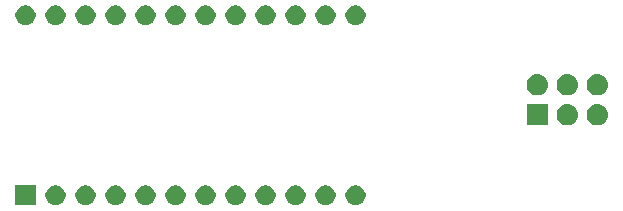
<source format=gbr>
G04 #@! TF.GenerationSoftware,KiCad,Pcbnew,(5.1.4)-1*
G04 #@! TF.CreationDate,2022-03-14T12:27:08-07:00*
G04 #@! TF.ProjectId,Micro-Flasher-ASP,4d696372-6f2d-4466-9c61-736865722d41,rev?*
G04 #@! TF.SameCoordinates,Original*
G04 #@! TF.FileFunction,Soldermask,Top*
G04 #@! TF.FilePolarity,Negative*
%FSLAX46Y46*%
G04 Gerber Fmt 4.6, Leading zero omitted, Abs format (unit mm)*
G04 Created by KiCad (PCBNEW (5.1.4)-1) date 2022-03-14 12:27:08*
%MOMM*%
%LPD*%
G04 APERTURE LIST*
%ADD10C,0.100000*%
G04 APERTURE END LIST*
D10*
G36*
X101181000Y-71971000D02*
G01*
X99479000Y-71971000D01*
X99479000Y-70269000D01*
X101181000Y-70269000D01*
X101181000Y-71971000D01*
X101181000Y-71971000D01*
G37*
G36*
X125978228Y-70301703D02*
G01*
X126133100Y-70365853D01*
X126272481Y-70458985D01*
X126391015Y-70577519D01*
X126484147Y-70716900D01*
X126548297Y-70871772D01*
X126581000Y-71036184D01*
X126581000Y-71203816D01*
X126548297Y-71368228D01*
X126484147Y-71523100D01*
X126391015Y-71662481D01*
X126272481Y-71781015D01*
X126133100Y-71874147D01*
X125978228Y-71938297D01*
X125813816Y-71971000D01*
X125646184Y-71971000D01*
X125481772Y-71938297D01*
X125326900Y-71874147D01*
X125187519Y-71781015D01*
X125068985Y-71662481D01*
X124975853Y-71523100D01*
X124911703Y-71368228D01*
X124879000Y-71203816D01*
X124879000Y-71036184D01*
X124911703Y-70871772D01*
X124975853Y-70716900D01*
X125068985Y-70577519D01*
X125187519Y-70458985D01*
X125326900Y-70365853D01*
X125481772Y-70301703D01*
X125646184Y-70269000D01*
X125813816Y-70269000D01*
X125978228Y-70301703D01*
X125978228Y-70301703D01*
G37*
G36*
X128518228Y-70301703D02*
G01*
X128673100Y-70365853D01*
X128812481Y-70458985D01*
X128931015Y-70577519D01*
X129024147Y-70716900D01*
X129088297Y-70871772D01*
X129121000Y-71036184D01*
X129121000Y-71203816D01*
X129088297Y-71368228D01*
X129024147Y-71523100D01*
X128931015Y-71662481D01*
X128812481Y-71781015D01*
X128673100Y-71874147D01*
X128518228Y-71938297D01*
X128353816Y-71971000D01*
X128186184Y-71971000D01*
X128021772Y-71938297D01*
X127866900Y-71874147D01*
X127727519Y-71781015D01*
X127608985Y-71662481D01*
X127515853Y-71523100D01*
X127451703Y-71368228D01*
X127419000Y-71203816D01*
X127419000Y-71036184D01*
X127451703Y-70871772D01*
X127515853Y-70716900D01*
X127608985Y-70577519D01*
X127727519Y-70458985D01*
X127866900Y-70365853D01*
X128021772Y-70301703D01*
X128186184Y-70269000D01*
X128353816Y-70269000D01*
X128518228Y-70301703D01*
X128518228Y-70301703D01*
G37*
G36*
X123438228Y-70301703D02*
G01*
X123593100Y-70365853D01*
X123732481Y-70458985D01*
X123851015Y-70577519D01*
X123944147Y-70716900D01*
X124008297Y-70871772D01*
X124041000Y-71036184D01*
X124041000Y-71203816D01*
X124008297Y-71368228D01*
X123944147Y-71523100D01*
X123851015Y-71662481D01*
X123732481Y-71781015D01*
X123593100Y-71874147D01*
X123438228Y-71938297D01*
X123273816Y-71971000D01*
X123106184Y-71971000D01*
X122941772Y-71938297D01*
X122786900Y-71874147D01*
X122647519Y-71781015D01*
X122528985Y-71662481D01*
X122435853Y-71523100D01*
X122371703Y-71368228D01*
X122339000Y-71203816D01*
X122339000Y-71036184D01*
X122371703Y-70871772D01*
X122435853Y-70716900D01*
X122528985Y-70577519D01*
X122647519Y-70458985D01*
X122786900Y-70365853D01*
X122941772Y-70301703D01*
X123106184Y-70269000D01*
X123273816Y-70269000D01*
X123438228Y-70301703D01*
X123438228Y-70301703D01*
G37*
G36*
X120898228Y-70301703D02*
G01*
X121053100Y-70365853D01*
X121192481Y-70458985D01*
X121311015Y-70577519D01*
X121404147Y-70716900D01*
X121468297Y-70871772D01*
X121501000Y-71036184D01*
X121501000Y-71203816D01*
X121468297Y-71368228D01*
X121404147Y-71523100D01*
X121311015Y-71662481D01*
X121192481Y-71781015D01*
X121053100Y-71874147D01*
X120898228Y-71938297D01*
X120733816Y-71971000D01*
X120566184Y-71971000D01*
X120401772Y-71938297D01*
X120246900Y-71874147D01*
X120107519Y-71781015D01*
X119988985Y-71662481D01*
X119895853Y-71523100D01*
X119831703Y-71368228D01*
X119799000Y-71203816D01*
X119799000Y-71036184D01*
X119831703Y-70871772D01*
X119895853Y-70716900D01*
X119988985Y-70577519D01*
X120107519Y-70458985D01*
X120246900Y-70365853D01*
X120401772Y-70301703D01*
X120566184Y-70269000D01*
X120733816Y-70269000D01*
X120898228Y-70301703D01*
X120898228Y-70301703D01*
G37*
G36*
X118358228Y-70301703D02*
G01*
X118513100Y-70365853D01*
X118652481Y-70458985D01*
X118771015Y-70577519D01*
X118864147Y-70716900D01*
X118928297Y-70871772D01*
X118961000Y-71036184D01*
X118961000Y-71203816D01*
X118928297Y-71368228D01*
X118864147Y-71523100D01*
X118771015Y-71662481D01*
X118652481Y-71781015D01*
X118513100Y-71874147D01*
X118358228Y-71938297D01*
X118193816Y-71971000D01*
X118026184Y-71971000D01*
X117861772Y-71938297D01*
X117706900Y-71874147D01*
X117567519Y-71781015D01*
X117448985Y-71662481D01*
X117355853Y-71523100D01*
X117291703Y-71368228D01*
X117259000Y-71203816D01*
X117259000Y-71036184D01*
X117291703Y-70871772D01*
X117355853Y-70716900D01*
X117448985Y-70577519D01*
X117567519Y-70458985D01*
X117706900Y-70365853D01*
X117861772Y-70301703D01*
X118026184Y-70269000D01*
X118193816Y-70269000D01*
X118358228Y-70301703D01*
X118358228Y-70301703D01*
G37*
G36*
X115818228Y-70301703D02*
G01*
X115973100Y-70365853D01*
X116112481Y-70458985D01*
X116231015Y-70577519D01*
X116324147Y-70716900D01*
X116388297Y-70871772D01*
X116421000Y-71036184D01*
X116421000Y-71203816D01*
X116388297Y-71368228D01*
X116324147Y-71523100D01*
X116231015Y-71662481D01*
X116112481Y-71781015D01*
X115973100Y-71874147D01*
X115818228Y-71938297D01*
X115653816Y-71971000D01*
X115486184Y-71971000D01*
X115321772Y-71938297D01*
X115166900Y-71874147D01*
X115027519Y-71781015D01*
X114908985Y-71662481D01*
X114815853Y-71523100D01*
X114751703Y-71368228D01*
X114719000Y-71203816D01*
X114719000Y-71036184D01*
X114751703Y-70871772D01*
X114815853Y-70716900D01*
X114908985Y-70577519D01*
X115027519Y-70458985D01*
X115166900Y-70365853D01*
X115321772Y-70301703D01*
X115486184Y-70269000D01*
X115653816Y-70269000D01*
X115818228Y-70301703D01*
X115818228Y-70301703D01*
G37*
G36*
X113278228Y-70301703D02*
G01*
X113433100Y-70365853D01*
X113572481Y-70458985D01*
X113691015Y-70577519D01*
X113784147Y-70716900D01*
X113848297Y-70871772D01*
X113881000Y-71036184D01*
X113881000Y-71203816D01*
X113848297Y-71368228D01*
X113784147Y-71523100D01*
X113691015Y-71662481D01*
X113572481Y-71781015D01*
X113433100Y-71874147D01*
X113278228Y-71938297D01*
X113113816Y-71971000D01*
X112946184Y-71971000D01*
X112781772Y-71938297D01*
X112626900Y-71874147D01*
X112487519Y-71781015D01*
X112368985Y-71662481D01*
X112275853Y-71523100D01*
X112211703Y-71368228D01*
X112179000Y-71203816D01*
X112179000Y-71036184D01*
X112211703Y-70871772D01*
X112275853Y-70716900D01*
X112368985Y-70577519D01*
X112487519Y-70458985D01*
X112626900Y-70365853D01*
X112781772Y-70301703D01*
X112946184Y-70269000D01*
X113113816Y-70269000D01*
X113278228Y-70301703D01*
X113278228Y-70301703D01*
G37*
G36*
X110738228Y-70301703D02*
G01*
X110893100Y-70365853D01*
X111032481Y-70458985D01*
X111151015Y-70577519D01*
X111244147Y-70716900D01*
X111308297Y-70871772D01*
X111341000Y-71036184D01*
X111341000Y-71203816D01*
X111308297Y-71368228D01*
X111244147Y-71523100D01*
X111151015Y-71662481D01*
X111032481Y-71781015D01*
X110893100Y-71874147D01*
X110738228Y-71938297D01*
X110573816Y-71971000D01*
X110406184Y-71971000D01*
X110241772Y-71938297D01*
X110086900Y-71874147D01*
X109947519Y-71781015D01*
X109828985Y-71662481D01*
X109735853Y-71523100D01*
X109671703Y-71368228D01*
X109639000Y-71203816D01*
X109639000Y-71036184D01*
X109671703Y-70871772D01*
X109735853Y-70716900D01*
X109828985Y-70577519D01*
X109947519Y-70458985D01*
X110086900Y-70365853D01*
X110241772Y-70301703D01*
X110406184Y-70269000D01*
X110573816Y-70269000D01*
X110738228Y-70301703D01*
X110738228Y-70301703D01*
G37*
G36*
X108198228Y-70301703D02*
G01*
X108353100Y-70365853D01*
X108492481Y-70458985D01*
X108611015Y-70577519D01*
X108704147Y-70716900D01*
X108768297Y-70871772D01*
X108801000Y-71036184D01*
X108801000Y-71203816D01*
X108768297Y-71368228D01*
X108704147Y-71523100D01*
X108611015Y-71662481D01*
X108492481Y-71781015D01*
X108353100Y-71874147D01*
X108198228Y-71938297D01*
X108033816Y-71971000D01*
X107866184Y-71971000D01*
X107701772Y-71938297D01*
X107546900Y-71874147D01*
X107407519Y-71781015D01*
X107288985Y-71662481D01*
X107195853Y-71523100D01*
X107131703Y-71368228D01*
X107099000Y-71203816D01*
X107099000Y-71036184D01*
X107131703Y-70871772D01*
X107195853Y-70716900D01*
X107288985Y-70577519D01*
X107407519Y-70458985D01*
X107546900Y-70365853D01*
X107701772Y-70301703D01*
X107866184Y-70269000D01*
X108033816Y-70269000D01*
X108198228Y-70301703D01*
X108198228Y-70301703D01*
G37*
G36*
X105658228Y-70301703D02*
G01*
X105813100Y-70365853D01*
X105952481Y-70458985D01*
X106071015Y-70577519D01*
X106164147Y-70716900D01*
X106228297Y-70871772D01*
X106261000Y-71036184D01*
X106261000Y-71203816D01*
X106228297Y-71368228D01*
X106164147Y-71523100D01*
X106071015Y-71662481D01*
X105952481Y-71781015D01*
X105813100Y-71874147D01*
X105658228Y-71938297D01*
X105493816Y-71971000D01*
X105326184Y-71971000D01*
X105161772Y-71938297D01*
X105006900Y-71874147D01*
X104867519Y-71781015D01*
X104748985Y-71662481D01*
X104655853Y-71523100D01*
X104591703Y-71368228D01*
X104559000Y-71203816D01*
X104559000Y-71036184D01*
X104591703Y-70871772D01*
X104655853Y-70716900D01*
X104748985Y-70577519D01*
X104867519Y-70458985D01*
X105006900Y-70365853D01*
X105161772Y-70301703D01*
X105326184Y-70269000D01*
X105493816Y-70269000D01*
X105658228Y-70301703D01*
X105658228Y-70301703D01*
G37*
G36*
X103118228Y-70301703D02*
G01*
X103273100Y-70365853D01*
X103412481Y-70458985D01*
X103531015Y-70577519D01*
X103624147Y-70716900D01*
X103688297Y-70871772D01*
X103721000Y-71036184D01*
X103721000Y-71203816D01*
X103688297Y-71368228D01*
X103624147Y-71523100D01*
X103531015Y-71662481D01*
X103412481Y-71781015D01*
X103273100Y-71874147D01*
X103118228Y-71938297D01*
X102953816Y-71971000D01*
X102786184Y-71971000D01*
X102621772Y-71938297D01*
X102466900Y-71874147D01*
X102327519Y-71781015D01*
X102208985Y-71662481D01*
X102115853Y-71523100D01*
X102051703Y-71368228D01*
X102019000Y-71203816D01*
X102019000Y-71036184D01*
X102051703Y-70871772D01*
X102115853Y-70716900D01*
X102208985Y-70577519D01*
X102327519Y-70458985D01*
X102466900Y-70365853D01*
X102621772Y-70301703D01*
X102786184Y-70269000D01*
X102953816Y-70269000D01*
X103118228Y-70301703D01*
X103118228Y-70301703D01*
G37*
G36*
X144569750Y-65194750D02*
G01*
X142767750Y-65194750D01*
X142767750Y-63392750D01*
X144569750Y-63392750D01*
X144569750Y-65194750D01*
X144569750Y-65194750D01*
G37*
G36*
X148859193Y-63399269D02*
G01*
X148925377Y-63405787D01*
X149095216Y-63457307D01*
X149251741Y-63540972D01*
X149287479Y-63570302D01*
X149388936Y-63653564D01*
X149472198Y-63755021D01*
X149501528Y-63790759D01*
X149585193Y-63947284D01*
X149636713Y-64117123D01*
X149654109Y-64293750D01*
X149636713Y-64470377D01*
X149585193Y-64640216D01*
X149501528Y-64796741D01*
X149472198Y-64832479D01*
X149388936Y-64933936D01*
X149287479Y-65017198D01*
X149251741Y-65046528D01*
X149095216Y-65130193D01*
X148925377Y-65181713D01*
X148859192Y-65188232D01*
X148793010Y-65194750D01*
X148704490Y-65194750D01*
X148638308Y-65188232D01*
X148572123Y-65181713D01*
X148402284Y-65130193D01*
X148245759Y-65046528D01*
X148210021Y-65017198D01*
X148108564Y-64933936D01*
X148025302Y-64832479D01*
X147995972Y-64796741D01*
X147912307Y-64640216D01*
X147860787Y-64470377D01*
X147843391Y-64293750D01*
X147860787Y-64117123D01*
X147912307Y-63947284D01*
X147995972Y-63790759D01*
X148025302Y-63755021D01*
X148108564Y-63653564D01*
X148210021Y-63570302D01*
X148245759Y-63540972D01*
X148402284Y-63457307D01*
X148572123Y-63405787D01*
X148638307Y-63399269D01*
X148704490Y-63392750D01*
X148793010Y-63392750D01*
X148859193Y-63399269D01*
X148859193Y-63399269D01*
G37*
G36*
X146319193Y-63399269D02*
G01*
X146385377Y-63405787D01*
X146555216Y-63457307D01*
X146711741Y-63540972D01*
X146747479Y-63570302D01*
X146848936Y-63653564D01*
X146932198Y-63755021D01*
X146961528Y-63790759D01*
X147045193Y-63947284D01*
X147096713Y-64117123D01*
X147114109Y-64293750D01*
X147096713Y-64470377D01*
X147045193Y-64640216D01*
X146961528Y-64796741D01*
X146932198Y-64832479D01*
X146848936Y-64933936D01*
X146747479Y-65017198D01*
X146711741Y-65046528D01*
X146555216Y-65130193D01*
X146385377Y-65181713D01*
X146319192Y-65188232D01*
X146253010Y-65194750D01*
X146164490Y-65194750D01*
X146098308Y-65188232D01*
X146032123Y-65181713D01*
X145862284Y-65130193D01*
X145705759Y-65046528D01*
X145670021Y-65017198D01*
X145568564Y-64933936D01*
X145485302Y-64832479D01*
X145455972Y-64796741D01*
X145372307Y-64640216D01*
X145320787Y-64470377D01*
X145303391Y-64293750D01*
X145320787Y-64117123D01*
X145372307Y-63947284D01*
X145455972Y-63790759D01*
X145485302Y-63755021D01*
X145568564Y-63653564D01*
X145670021Y-63570302D01*
X145705759Y-63540972D01*
X145862284Y-63457307D01*
X146032123Y-63405787D01*
X146098307Y-63399269D01*
X146164490Y-63392750D01*
X146253010Y-63392750D01*
X146319193Y-63399269D01*
X146319193Y-63399269D01*
G37*
G36*
X148859192Y-60859268D02*
G01*
X148925377Y-60865787D01*
X149095216Y-60917307D01*
X149251741Y-61000972D01*
X149287479Y-61030302D01*
X149388936Y-61113564D01*
X149472198Y-61215021D01*
X149501528Y-61250759D01*
X149585193Y-61407284D01*
X149636713Y-61577123D01*
X149654109Y-61753750D01*
X149636713Y-61930377D01*
X149585193Y-62100216D01*
X149501528Y-62256741D01*
X149472198Y-62292479D01*
X149388936Y-62393936D01*
X149287479Y-62477198D01*
X149251741Y-62506528D01*
X149095216Y-62590193D01*
X148925377Y-62641713D01*
X148859192Y-62648232D01*
X148793010Y-62654750D01*
X148704490Y-62654750D01*
X148638308Y-62648232D01*
X148572123Y-62641713D01*
X148402284Y-62590193D01*
X148245759Y-62506528D01*
X148210021Y-62477198D01*
X148108564Y-62393936D01*
X148025302Y-62292479D01*
X147995972Y-62256741D01*
X147912307Y-62100216D01*
X147860787Y-61930377D01*
X147843391Y-61753750D01*
X147860787Y-61577123D01*
X147912307Y-61407284D01*
X147995972Y-61250759D01*
X148025302Y-61215021D01*
X148108564Y-61113564D01*
X148210021Y-61030302D01*
X148245759Y-61000972D01*
X148402284Y-60917307D01*
X148572123Y-60865787D01*
X148638308Y-60859268D01*
X148704490Y-60852750D01*
X148793010Y-60852750D01*
X148859192Y-60859268D01*
X148859192Y-60859268D01*
G37*
G36*
X143779192Y-60859268D02*
G01*
X143845377Y-60865787D01*
X144015216Y-60917307D01*
X144171741Y-61000972D01*
X144207479Y-61030302D01*
X144308936Y-61113564D01*
X144392198Y-61215021D01*
X144421528Y-61250759D01*
X144505193Y-61407284D01*
X144556713Y-61577123D01*
X144574109Y-61753750D01*
X144556713Y-61930377D01*
X144505193Y-62100216D01*
X144421528Y-62256741D01*
X144392198Y-62292479D01*
X144308936Y-62393936D01*
X144207479Y-62477198D01*
X144171741Y-62506528D01*
X144015216Y-62590193D01*
X143845377Y-62641713D01*
X143779192Y-62648232D01*
X143713010Y-62654750D01*
X143624490Y-62654750D01*
X143558308Y-62648232D01*
X143492123Y-62641713D01*
X143322284Y-62590193D01*
X143165759Y-62506528D01*
X143130021Y-62477198D01*
X143028564Y-62393936D01*
X142945302Y-62292479D01*
X142915972Y-62256741D01*
X142832307Y-62100216D01*
X142780787Y-61930377D01*
X142763391Y-61753750D01*
X142780787Y-61577123D01*
X142832307Y-61407284D01*
X142915972Y-61250759D01*
X142945302Y-61215021D01*
X143028564Y-61113564D01*
X143130021Y-61030302D01*
X143165759Y-61000972D01*
X143322284Y-60917307D01*
X143492123Y-60865787D01*
X143558308Y-60859268D01*
X143624490Y-60852750D01*
X143713010Y-60852750D01*
X143779192Y-60859268D01*
X143779192Y-60859268D01*
G37*
G36*
X146319192Y-60859268D02*
G01*
X146385377Y-60865787D01*
X146555216Y-60917307D01*
X146711741Y-61000972D01*
X146747479Y-61030302D01*
X146848936Y-61113564D01*
X146932198Y-61215021D01*
X146961528Y-61250759D01*
X147045193Y-61407284D01*
X147096713Y-61577123D01*
X147114109Y-61753750D01*
X147096713Y-61930377D01*
X147045193Y-62100216D01*
X146961528Y-62256741D01*
X146932198Y-62292479D01*
X146848936Y-62393936D01*
X146747479Y-62477198D01*
X146711741Y-62506528D01*
X146555216Y-62590193D01*
X146385377Y-62641713D01*
X146319192Y-62648232D01*
X146253010Y-62654750D01*
X146164490Y-62654750D01*
X146098308Y-62648232D01*
X146032123Y-62641713D01*
X145862284Y-62590193D01*
X145705759Y-62506528D01*
X145670021Y-62477198D01*
X145568564Y-62393936D01*
X145485302Y-62292479D01*
X145455972Y-62256741D01*
X145372307Y-62100216D01*
X145320787Y-61930377D01*
X145303391Y-61753750D01*
X145320787Y-61577123D01*
X145372307Y-61407284D01*
X145455972Y-61250759D01*
X145485302Y-61215021D01*
X145568564Y-61113564D01*
X145670021Y-61030302D01*
X145705759Y-61000972D01*
X145862284Y-60917307D01*
X146032123Y-60865787D01*
X146098308Y-60859268D01*
X146164490Y-60852750D01*
X146253010Y-60852750D01*
X146319192Y-60859268D01*
X146319192Y-60859268D01*
G37*
G36*
X128518228Y-55061703D02*
G01*
X128673100Y-55125853D01*
X128812481Y-55218985D01*
X128931015Y-55337519D01*
X129024147Y-55476900D01*
X129088297Y-55631772D01*
X129121000Y-55796184D01*
X129121000Y-55963816D01*
X129088297Y-56128228D01*
X129024147Y-56283100D01*
X128931015Y-56422481D01*
X128812481Y-56541015D01*
X128673100Y-56634147D01*
X128518228Y-56698297D01*
X128353816Y-56731000D01*
X128186184Y-56731000D01*
X128021772Y-56698297D01*
X127866900Y-56634147D01*
X127727519Y-56541015D01*
X127608985Y-56422481D01*
X127515853Y-56283100D01*
X127451703Y-56128228D01*
X127419000Y-55963816D01*
X127419000Y-55796184D01*
X127451703Y-55631772D01*
X127515853Y-55476900D01*
X127608985Y-55337519D01*
X127727519Y-55218985D01*
X127866900Y-55125853D01*
X128021772Y-55061703D01*
X128186184Y-55029000D01*
X128353816Y-55029000D01*
X128518228Y-55061703D01*
X128518228Y-55061703D01*
G37*
G36*
X100578228Y-55061703D02*
G01*
X100733100Y-55125853D01*
X100872481Y-55218985D01*
X100991015Y-55337519D01*
X101084147Y-55476900D01*
X101148297Y-55631772D01*
X101181000Y-55796184D01*
X101181000Y-55963816D01*
X101148297Y-56128228D01*
X101084147Y-56283100D01*
X100991015Y-56422481D01*
X100872481Y-56541015D01*
X100733100Y-56634147D01*
X100578228Y-56698297D01*
X100413816Y-56731000D01*
X100246184Y-56731000D01*
X100081772Y-56698297D01*
X99926900Y-56634147D01*
X99787519Y-56541015D01*
X99668985Y-56422481D01*
X99575853Y-56283100D01*
X99511703Y-56128228D01*
X99479000Y-55963816D01*
X99479000Y-55796184D01*
X99511703Y-55631772D01*
X99575853Y-55476900D01*
X99668985Y-55337519D01*
X99787519Y-55218985D01*
X99926900Y-55125853D01*
X100081772Y-55061703D01*
X100246184Y-55029000D01*
X100413816Y-55029000D01*
X100578228Y-55061703D01*
X100578228Y-55061703D01*
G37*
G36*
X103118228Y-55061703D02*
G01*
X103273100Y-55125853D01*
X103412481Y-55218985D01*
X103531015Y-55337519D01*
X103624147Y-55476900D01*
X103688297Y-55631772D01*
X103721000Y-55796184D01*
X103721000Y-55963816D01*
X103688297Y-56128228D01*
X103624147Y-56283100D01*
X103531015Y-56422481D01*
X103412481Y-56541015D01*
X103273100Y-56634147D01*
X103118228Y-56698297D01*
X102953816Y-56731000D01*
X102786184Y-56731000D01*
X102621772Y-56698297D01*
X102466900Y-56634147D01*
X102327519Y-56541015D01*
X102208985Y-56422481D01*
X102115853Y-56283100D01*
X102051703Y-56128228D01*
X102019000Y-55963816D01*
X102019000Y-55796184D01*
X102051703Y-55631772D01*
X102115853Y-55476900D01*
X102208985Y-55337519D01*
X102327519Y-55218985D01*
X102466900Y-55125853D01*
X102621772Y-55061703D01*
X102786184Y-55029000D01*
X102953816Y-55029000D01*
X103118228Y-55061703D01*
X103118228Y-55061703D01*
G37*
G36*
X105658228Y-55061703D02*
G01*
X105813100Y-55125853D01*
X105952481Y-55218985D01*
X106071015Y-55337519D01*
X106164147Y-55476900D01*
X106228297Y-55631772D01*
X106261000Y-55796184D01*
X106261000Y-55963816D01*
X106228297Y-56128228D01*
X106164147Y-56283100D01*
X106071015Y-56422481D01*
X105952481Y-56541015D01*
X105813100Y-56634147D01*
X105658228Y-56698297D01*
X105493816Y-56731000D01*
X105326184Y-56731000D01*
X105161772Y-56698297D01*
X105006900Y-56634147D01*
X104867519Y-56541015D01*
X104748985Y-56422481D01*
X104655853Y-56283100D01*
X104591703Y-56128228D01*
X104559000Y-55963816D01*
X104559000Y-55796184D01*
X104591703Y-55631772D01*
X104655853Y-55476900D01*
X104748985Y-55337519D01*
X104867519Y-55218985D01*
X105006900Y-55125853D01*
X105161772Y-55061703D01*
X105326184Y-55029000D01*
X105493816Y-55029000D01*
X105658228Y-55061703D01*
X105658228Y-55061703D01*
G37*
G36*
X125978228Y-55061703D02*
G01*
X126133100Y-55125853D01*
X126272481Y-55218985D01*
X126391015Y-55337519D01*
X126484147Y-55476900D01*
X126548297Y-55631772D01*
X126581000Y-55796184D01*
X126581000Y-55963816D01*
X126548297Y-56128228D01*
X126484147Y-56283100D01*
X126391015Y-56422481D01*
X126272481Y-56541015D01*
X126133100Y-56634147D01*
X125978228Y-56698297D01*
X125813816Y-56731000D01*
X125646184Y-56731000D01*
X125481772Y-56698297D01*
X125326900Y-56634147D01*
X125187519Y-56541015D01*
X125068985Y-56422481D01*
X124975853Y-56283100D01*
X124911703Y-56128228D01*
X124879000Y-55963816D01*
X124879000Y-55796184D01*
X124911703Y-55631772D01*
X124975853Y-55476900D01*
X125068985Y-55337519D01*
X125187519Y-55218985D01*
X125326900Y-55125853D01*
X125481772Y-55061703D01*
X125646184Y-55029000D01*
X125813816Y-55029000D01*
X125978228Y-55061703D01*
X125978228Y-55061703D01*
G37*
G36*
X123438228Y-55061703D02*
G01*
X123593100Y-55125853D01*
X123732481Y-55218985D01*
X123851015Y-55337519D01*
X123944147Y-55476900D01*
X124008297Y-55631772D01*
X124041000Y-55796184D01*
X124041000Y-55963816D01*
X124008297Y-56128228D01*
X123944147Y-56283100D01*
X123851015Y-56422481D01*
X123732481Y-56541015D01*
X123593100Y-56634147D01*
X123438228Y-56698297D01*
X123273816Y-56731000D01*
X123106184Y-56731000D01*
X122941772Y-56698297D01*
X122786900Y-56634147D01*
X122647519Y-56541015D01*
X122528985Y-56422481D01*
X122435853Y-56283100D01*
X122371703Y-56128228D01*
X122339000Y-55963816D01*
X122339000Y-55796184D01*
X122371703Y-55631772D01*
X122435853Y-55476900D01*
X122528985Y-55337519D01*
X122647519Y-55218985D01*
X122786900Y-55125853D01*
X122941772Y-55061703D01*
X123106184Y-55029000D01*
X123273816Y-55029000D01*
X123438228Y-55061703D01*
X123438228Y-55061703D01*
G37*
G36*
X120898228Y-55061703D02*
G01*
X121053100Y-55125853D01*
X121192481Y-55218985D01*
X121311015Y-55337519D01*
X121404147Y-55476900D01*
X121468297Y-55631772D01*
X121501000Y-55796184D01*
X121501000Y-55963816D01*
X121468297Y-56128228D01*
X121404147Y-56283100D01*
X121311015Y-56422481D01*
X121192481Y-56541015D01*
X121053100Y-56634147D01*
X120898228Y-56698297D01*
X120733816Y-56731000D01*
X120566184Y-56731000D01*
X120401772Y-56698297D01*
X120246900Y-56634147D01*
X120107519Y-56541015D01*
X119988985Y-56422481D01*
X119895853Y-56283100D01*
X119831703Y-56128228D01*
X119799000Y-55963816D01*
X119799000Y-55796184D01*
X119831703Y-55631772D01*
X119895853Y-55476900D01*
X119988985Y-55337519D01*
X120107519Y-55218985D01*
X120246900Y-55125853D01*
X120401772Y-55061703D01*
X120566184Y-55029000D01*
X120733816Y-55029000D01*
X120898228Y-55061703D01*
X120898228Y-55061703D01*
G37*
G36*
X118358228Y-55061703D02*
G01*
X118513100Y-55125853D01*
X118652481Y-55218985D01*
X118771015Y-55337519D01*
X118864147Y-55476900D01*
X118928297Y-55631772D01*
X118961000Y-55796184D01*
X118961000Y-55963816D01*
X118928297Y-56128228D01*
X118864147Y-56283100D01*
X118771015Y-56422481D01*
X118652481Y-56541015D01*
X118513100Y-56634147D01*
X118358228Y-56698297D01*
X118193816Y-56731000D01*
X118026184Y-56731000D01*
X117861772Y-56698297D01*
X117706900Y-56634147D01*
X117567519Y-56541015D01*
X117448985Y-56422481D01*
X117355853Y-56283100D01*
X117291703Y-56128228D01*
X117259000Y-55963816D01*
X117259000Y-55796184D01*
X117291703Y-55631772D01*
X117355853Y-55476900D01*
X117448985Y-55337519D01*
X117567519Y-55218985D01*
X117706900Y-55125853D01*
X117861772Y-55061703D01*
X118026184Y-55029000D01*
X118193816Y-55029000D01*
X118358228Y-55061703D01*
X118358228Y-55061703D01*
G37*
G36*
X115818228Y-55061703D02*
G01*
X115973100Y-55125853D01*
X116112481Y-55218985D01*
X116231015Y-55337519D01*
X116324147Y-55476900D01*
X116388297Y-55631772D01*
X116421000Y-55796184D01*
X116421000Y-55963816D01*
X116388297Y-56128228D01*
X116324147Y-56283100D01*
X116231015Y-56422481D01*
X116112481Y-56541015D01*
X115973100Y-56634147D01*
X115818228Y-56698297D01*
X115653816Y-56731000D01*
X115486184Y-56731000D01*
X115321772Y-56698297D01*
X115166900Y-56634147D01*
X115027519Y-56541015D01*
X114908985Y-56422481D01*
X114815853Y-56283100D01*
X114751703Y-56128228D01*
X114719000Y-55963816D01*
X114719000Y-55796184D01*
X114751703Y-55631772D01*
X114815853Y-55476900D01*
X114908985Y-55337519D01*
X115027519Y-55218985D01*
X115166900Y-55125853D01*
X115321772Y-55061703D01*
X115486184Y-55029000D01*
X115653816Y-55029000D01*
X115818228Y-55061703D01*
X115818228Y-55061703D01*
G37*
G36*
X113278228Y-55061703D02*
G01*
X113433100Y-55125853D01*
X113572481Y-55218985D01*
X113691015Y-55337519D01*
X113784147Y-55476900D01*
X113848297Y-55631772D01*
X113881000Y-55796184D01*
X113881000Y-55963816D01*
X113848297Y-56128228D01*
X113784147Y-56283100D01*
X113691015Y-56422481D01*
X113572481Y-56541015D01*
X113433100Y-56634147D01*
X113278228Y-56698297D01*
X113113816Y-56731000D01*
X112946184Y-56731000D01*
X112781772Y-56698297D01*
X112626900Y-56634147D01*
X112487519Y-56541015D01*
X112368985Y-56422481D01*
X112275853Y-56283100D01*
X112211703Y-56128228D01*
X112179000Y-55963816D01*
X112179000Y-55796184D01*
X112211703Y-55631772D01*
X112275853Y-55476900D01*
X112368985Y-55337519D01*
X112487519Y-55218985D01*
X112626900Y-55125853D01*
X112781772Y-55061703D01*
X112946184Y-55029000D01*
X113113816Y-55029000D01*
X113278228Y-55061703D01*
X113278228Y-55061703D01*
G37*
G36*
X110738228Y-55061703D02*
G01*
X110893100Y-55125853D01*
X111032481Y-55218985D01*
X111151015Y-55337519D01*
X111244147Y-55476900D01*
X111308297Y-55631772D01*
X111341000Y-55796184D01*
X111341000Y-55963816D01*
X111308297Y-56128228D01*
X111244147Y-56283100D01*
X111151015Y-56422481D01*
X111032481Y-56541015D01*
X110893100Y-56634147D01*
X110738228Y-56698297D01*
X110573816Y-56731000D01*
X110406184Y-56731000D01*
X110241772Y-56698297D01*
X110086900Y-56634147D01*
X109947519Y-56541015D01*
X109828985Y-56422481D01*
X109735853Y-56283100D01*
X109671703Y-56128228D01*
X109639000Y-55963816D01*
X109639000Y-55796184D01*
X109671703Y-55631772D01*
X109735853Y-55476900D01*
X109828985Y-55337519D01*
X109947519Y-55218985D01*
X110086900Y-55125853D01*
X110241772Y-55061703D01*
X110406184Y-55029000D01*
X110573816Y-55029000D01*
X110738228Y-55061703D01*
X110738228Y-55061703D01*
G37*
G36*
X108198228Y-55061703D02*
G01*
X108353100Y-55125853D01*
X108492481Y-55218985D01*
X108611015Y-55337519D01*
X108704147Y-55476900D01*
X108768297Y-55631772D01*
X108801000Y-55796184D01*
X108801000Y-55963816D01*
X108768297Y-56128228D01*
X108704147Y-56283100D01*
X108611015Y-56422481D01*
X108492481Y-56541015D01*
X108353100Y-56634147D01*
X108198228Y-56698297D01*
X108033816Y-56731000D01*
X107866184Y-56731000D01*
X107701772Y-56698297D01*
X107546900Y-56634147D01*
X107407519Y-56541015D01*
X107288985Y-56422481D01*
X107195853Y-56283100D01*
X107131703Y-56128228D01*
X107099000Y-55963816D01*
X107099000Y-55796184D01*
X107131703Y-55631772D01*
X107195853Y-55476900D01*
X107288985Y-55337519D01*
X107407519Y-55218985D01*
X107546900Y-55125853D01*
X107701772Y-55061703D01*
X107866184Y-55029000D01*
X108033816Y-55029000D01*
X108198228Y-55061703D01*
X108198228Y-55061703D01*
G37*
M02*

</source>
